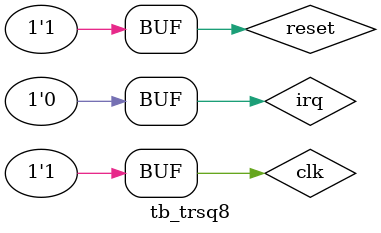
<source format=v>
`timescale 1ns / 1ps


module tb_trsq8(

    );
    
    parameter PERIOD = 10;
    
    reg clk, reset, irq;
    
    always begin
       clk = 1'b0;
       #(PERIOD/2) clk = 1'b1;
       #(PERIOD/2);
    end
    
    TRSQ8 uut(
        .clk(clk),
        .reset_n(reset),
        .irq(irq)
    );
    
    initial begin
        reset <= 1'b1;
        irq <= 1'b0;
        #PERIOD;
        reset <= 1'b0;
        #PERIOD;
        reset <= 1'b1;
        #(PERIOD * 30);
        // $stop;
    end
    
endmodule

</source>
